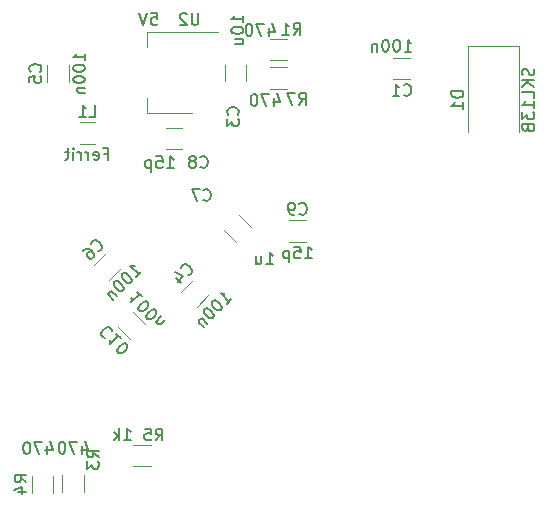
<source format=gbr>
%TF.GenerationSoftware,KiCad,Pcbnew,6.0.11-2627ca5db0~126~ubuntu20.04.1*%
%TF.CreationDate,2023-09-03T18:12:03+02:00*%
%TF.ProjectId,sboxnet-modul,73626f78-6e65-4742-9d6d-6f64756c2e6b,rev?*%
%TF.SameCoordinates,Original*%
%TF.FileFunction,Legend,Bot*%
%TF.FilePolarity,Positive*%
%FSLAX46Y46*%
G04 Gerber Fmt 4.6, Leading zero omitted, Abs format (unit mm)*
G04 Created by KiCad (PCBNEW 6.0.11-2627ca5db0~126~ubuntu20.04.1) date 2023-09-03 18:12:03*
%MOMM*%
%LPD*%
G01*
G04 APERTURE LIST*
%ADD10C,0.150000*%
%ADD11C,0.120000*%
G04 APERTURE END LIST*
D10*
X84200904Y-112891914D02*
X84200904Y-113558580D01*
X84439000Y-112510961D02*
X84677095Y-113225247D01*
X84058047Y-113225247D01*
X83772333Y-112558580D02*
X83105666Y-112558580D01*
X83534238Y-113558580D01*
X82534238Y-112558580D02*
X82439000Y-112558580D01*
X82343761Y-112606200D01*
X82296142Y-112653819D01*
X82248523Y-112749057D01*
X82200904Y-112939533D01*
X82200904Y-113177628D01*
X82248523Y-113368104D01*
X82296142Y-113463342D01*
X82343761Y-113510961D01*
X82439000Y-113558580D01*
X82534238Y-113558580D01*
X82629476Y-113510961D01*
X82677095Y-113463342D01*
X82724714Y-113368104D01*
X82772333Y-113177628D01*
X82772333Y-112939533D01*
X82724714Y-112749057D01*
X82677095Y-112653819D01*
X82629476Y-112606200D01*
X82534238Y-112558580D01*
X87198104Y-112866514D02*
X87198104Y-113533180D01*
X87436200Y-112485561D02*
X87674295Y-113199847D01*
X87055247Y-113199847D01*
X86769533Y-112533180D02*
X86102866Y-112533180D01*
X86531438Y-113533180D01*
X85531438Y-112533180D02*
X85436200Y-112533180D01*
X85340961Y-112580800D01*
X85293342Y-112628419D01*
X85245723Y-112723657D01*
X85198104Y-112914133D01*
X85198104Y-113152228D01*
X85245723Y-113342704D01*
X85293342Y-113437942D01*
X85340961Y-113485561D01*
X85436200Y-113533180D01*
X85531438Y-113533180D01*
X85626676Y-113485561D01*
X85674295Y-113437942D01*
X85721914Y-113342704D01*
X85769533Y-113152228D01*
X85769533Y-112914133D01*
X85721914Y-112723657D01*
X85674295Y-112628419D01*
X85626676Y-112580800D01*
X85531438Y-112533180D01*
X105551266Y-83992980D02*
X105884600Y-83516790D01*
X106122695Y-83992980D02*
X106122695Y-82992980D01*
X105741742Y-82992980D01*
X105646504Y-83040600D01*
X105598885Y-83088219D01*
X105551266Y-83183457D01*
X105551266Y-83326314D01*
X105598885Y-83421552D01*
X105646504Y-83469171D01*
X105741742Y-83516790D01*
X106122695Y-83516790D01*
X105217933Y-82992980D02*
X104551266Y-82992980D01*
X104979838Y-83992980D01*
X103454104Y-83427914D02*
X103454104Y-84094580D01*
X103692200Y-83046961D02*
X103930295Y-83761247D01*
X103311247Y-83761247D01*
X103025533Y-83094580D02*
X102358866Y-83094580D01*
X102787438Y-84094580D01*
X101787438Y-83094580D02*
X101692200Y-83094580D01*
X101596961Y-83142200D01*
X101549342Y-83189819D01*
X101501723Y-83285057D01*
X101454104Y-83475533D01*
X101454104Y-83713628D01*
X101501723Y-83904104D01*
X101549342Y-83999342D01*
X101596961Y-84046961D01*
X101692200Y-84094580D01*
X101787438Y-84094580D01*
X101882676Y-84046961D01*
X101930295Y-83999342D01*
X101977914Y-83904104D01*
X102025533Y-83713628D01*
X102025533Y-83475533D01*
X101977914Y-83285057D01*
X101930295Y-83189819D01*
X101882676Y-83142200D01*
X101787438Y-83094580D01*
X114415866Y-83156942D02*
X114463485Y-83204561D01*
X114606342Y-83252180D01*
X114701580Y-83252180D01*
X114844438Y-83204561D01*
X114939676Y-83109323D01*
X114987295Y-83014085D01*
X115034914Y-82823609D01*
X115034914Y-82680752D01*
X114987295Y-82490276D01*
X114939676Y-82395038D01*
X114844438Y-82299800D01*
X114701580Y-82252180D01*
X114606342Y-82252180D01*
X114463485Y-82299800D01*
X114415866Y-82347419D01*
X113463485Y-83252180D02*
X114034914Y-83252180D01*
X113749200Y-83252180D02*
X113749200Y-82252180D01*
X113844438Y-82395038D01*
X113939676Y-82490276D01*
X114034914Y-82537895D01*
X114479247Y-79497180D02*
X115050676Y-79497180D01*
X114764961Y-79497180D02*
X114764961Y-78497180D01*
X114860199Y-78640038D01*
X114955438Y-78735276D01*
X115050676Y-78782895D01*
X113860199Y-78497180D02*
X113764961Y-78497180D01*
X113669723Y-78544800D01*
X113622104Y-78592419D01*
X113574485Y-78687657D01*
X113526866Y-78878133D01*
X113526866Y-79116228D01*
X113574485Y-79306704D01*
X113622104Y-79401942D01*
X113669723Y-79449561D01*
X113764961Y-79497180D01*
X113860199Y-79497180D01*
X113955438Y-79449561D01*
X114003057Y-79401942D01*
X114050676Y-79306704D01*
X114098295Y-79116228D01*
X114098295Y-78878133D01*
X114050676Y-78687657D01*
X114003057Y-78592419D01*
X113955438Y-78544800D01*
X113860199Y-78497180D01*
X112907819Y-78497180D02*
X112812580Y-78497180D01*
X112717342Y-78544800D01*
X112669723Y-78592419D01*
X112622104Y-78687657D01*
X112574485Y-78878133D01*
X112574485Y-79116228D01*
X112622104Y-79306704D01*
X112669723Y-79401942D01*
X112717342Y-79449561D01*
X112812580Y-79497180D01*
X112907819Y-79497180D01*
X113003057Y-79449561D01*
X113050676Y-79401942D01*
X113098295Y-79306704D01*
X113145914Y-79116228D01*
X113145914Y-78878133D01*
X113098295Y-78687657D01*
X113050676Y-78592419D01*
X113003057Y-78544800D01*
X112907819Y-78497180D01*
X112145914Y-78830514D02*
X112145914Y-79497180D01*
X112145914Y-78925752D02*
X112098295Y-78878133D01*
X112003057Y-78830514D01*
X111860199Y-78830514D01*
X111764961Y-78878133D01*
X111717342Y-78973371D01*
X111717342Y-79497180D01*
X96128389Y-98432687D02*
X96195732Y-98432687D01*
X96330419Y-98365343D01*
X96397763Y-98298000D01*
X96465106Y-98163312D01*
X96465106Y-98028625D01*
X96431435Y-97927610D01*
X96330419Y-97759251D01*
X96229404Y-97658236D01*
X96061045Y-97557221D01*
X95960030Y-97523549D01*
X95825343Y-97523549D01*
X95690656Y-97590893D01*
X95623312Y-97658236D01*
X95555969Y-97792923D01*
X95555969Y-97860267D01*
X95118236Y-98634717D02*
X95589641Y-99106122D01*
X95017221Y-98196984D02*
X95690656Y-98533702D01*
X95252923Y-98971435D01*
X99409167Y-100874594D02*
X99813228Y-100470533D01*
X99611198Y-100672563D02*
X98904091Y-99965457D01*
X99072450Y-99999128D01*
X99207137Y-99999128D01*
X99308152Y-99965457D01*
X98264328Y-100605220D02*
X98196984Y-100672563D01*
X98163312Y-100773579D01*
X98163312Y-100840922D01*
X98196984Y-100941937D01*
X98297999Y-101110296D01*
X98466358Y-101278655D01*
X98634717Y-101379670D01*
X98735732Y-101413342D01*
X98803076Y-101413342D01*
X98904091Y-101379670D01*
X98971435Y-101312327D01*
X99005106Y-101211311D01*
X99005106Y-101143968D01*
X98971435Y-101042953D01*
X98870419Y-100874594D01*
X98702061Y-100706235D01*
X98533702Y-100605220D01*
X98432687Y-100571548D01*
X98365343Y-100571548D01*
X98264328Y-100605220D01*
X97590893Y-101278655D02*
X97523549Y-101345999D01*
X97489877Y-101447014D01*
X97489877Y-101514357D01*
X97523549Y-101615373D01*
X97624564Y-101783731D01*
X97792923Y-101952090D01*
X97961282Y-102053105D01*
X98062297Y-102086777D01*
X98129641Y-102086777D01*
X98230656Y-102053105D01*
X98298000Y-101985762D01*
X98331671Y-101884747D01*
X98331671Y-101817403D01*
X98297999Y-101716388D01*
X98196984Y-101548029D01*
X98028625Y-101379670D01*
X97860267Y-101278655D01*
X97759251Y-101244983D01*
X97691908Y-101244983D01*
X97590893Y-101278655D01*
X97287847Y-102053105D02*
X97759251Y-102524510D01*
X97355190Y-102120449D02*
X97287847Y-102120449D01*
X97186832Y-102154121D01*
X97085816Y-102255136D01*
X97052145Y-102356151D01*
X97085816Y-102457166D01*
X97456206Y-102827556D01*
X87796666Y-85022380D02*
X88272857Y-85022380D01*
X88272857Y-84022380D01*
X86939523Y-85022380D02*
X87510952Y-85022380D01*
X87225238Y-85022380D02*
X87225238Y-84022380D01*
X87320476Y-84165238D01*
X87415714Y-84260476D01*
X87510952Y-84308095D01*
X89058571Y-88138571D02*
X89391904Y-88138571D01*
X89391904Y-88662380D02*
X89391904Y-87662380D01*
X88915714Y-87662380D01*
X88153809Y-88614761D02*
X88249047Y-88662380D01*
X88439523Y-88662380D01*
X88534761Y-88614761D01*
X88582380Y-88519523D01*
X88582380Y-88138571D01*
X88534761Y-88043333D01*
X88439523Y-87995714D01*
X88249047Y-87995714D01*
X88153809Y-88043333D01*
X88106190Y-88138571D01*
X88106190Y-88233809D01*
X88582380Y-88329047D01*
X87677619Y-88662380D02*
X87677619Y-87995714D01*
X87677619Y-88186190D02*
X87630000Y-88090952D01*
X87582380Y-88043333D01*
X87487142Y-87995714D01*
X87391904Y-87995714D01*
X87058571Y-88662380D02*
X87058571Y-87995714D01*
X87058571Y-88186190D02*
X87010952Y-88090952D01*
X86963333Y-88043333D01*
X86868095Y-87995714D01*
X86772857Y-87995714D01*
X86439523Y-88662380D02*
X86439523Y-87995714D01*
X86439523Y-87662380D02*
X86487142Y-87710000D01*
X86439523Y-87757619D01*
X86391904Y-87710000D01*
X86439523Y-87662380D01*
X86439523Y-87757619D01*
X86106190Y-87995714D02*
X85725238Y-87995714D01*
X85963333Y-87662380D02*
X85963333Y-88519523D01*
X85915714Y-88614761D01*
X85820476Y-88662380D01*
X85725238Y-88662380D01*
X97448666Y-92051142D02*
X97496285Y-92098761D01*
X97639142Y-92146380D01*
X97734380Y-92146380D01*
X97877238Y-92098761D01*
X97972476Y-92003523D01*
X98020095Y-91908285D01*
X98067714Y-91717809D01*
X98067714Y-91574952D01*
X98020095Y-91384476D01*
X97972476Y-91289238D01*
X97877238Y-91194000D01*
X97734380Y-91146380D01*
X97639142Y-91146380D01*
X97496285Y-91194000D01*
X97448666Y-91241619D01*
X97115333Y-91146380D02*
X96448666Y-91146380D01*
X96877238Y-92146380D01*
X102782666Y-97480380D02*
X103354095Y-97480380D01*
X103068380Y-97480380D02*
X103068380Y-96480380D01*
X103163619Y-96623238D01*
X103258857Y-96718476D01*
X103354095Y-96766095D01*
X101925523Y-96813714D02*
X101925523Y-97480380D01*
X102354095Y-96813714D02*
X102354095Y-97337523D01*
X102306476Y-97432761D01*
X102211238Y-97480380D01*
X102068380Y-97480380D01*
X101973142Y-97432761D01*
X101925523Y-97385142D01*
X82452380Y-115961533D02*
X81976190Y-115628200D01*
X82452380Y-115390104D02*
X81452380Y-115390104D01*
X81452380Y-115771057D01*
X81500000Y-115866295D01*
X81547619Y-115913914D01*
X81642857Y-115961533D01*
X81785714Y-115961533D01*
X81880952Y-115913914D01*
X81928571Y-115866295D01*
X81976190Y-115771057D01*
X81976190Y-115390104D01*
X81785714Y-116818676D02*
X82452380Y-116818676D01*
X81404761Y-116580580D02*
X82119047Y-116342485D01*
X82119047Y-116961533D01*
X97018571Y-76232380D02*
X97018571Y-77041904D01*
X96970952Y-77137142D01*
X96923333Y-77184761D01*
X96828095Y-77232380D01*
X96637619Y-77232380D01*
X96542380Y-77184761D01*
X96494761Y-77137142D01*
X96447142Y-77041904D01*
X96447142Y-76232380D01*
X96018571Y-76327619D02*
X95970952Y-76280000D01*
X95875714Y-76232380D01*
X95637619Y-76232380D01*
X95542380Y-76280000D01*
X95494761Y-76327619D01*
X95447142Y-76422857D01*
X95447142Y-76518095D01*
X95494761Y-76660952D01*
X96066190Y-77232380D01*
X95447142Y-77232380D01*
X93018571Y-76232380D02*
X93494761Y-76232380D01*
X93542380Y-76708571D01*
X93494761Y-76660952D01*
X93399523Y-76613333D01*
X93161428Y-76613333D01*
X93066190Y-76660952D01*
X93018571Y-76708571D01*
X92970952Y-76803809D01*
X92970952Y-77041904D01*
X93018571Y-77137142D01*
X93066190Y-77184761D01*
X93161428Y-77232380D01*
X93399523Y-77232380D01*
X93494761Y-77184761D01*
X93542380Y-77137142D01*
X92685238Y-76232380D02*
X92351904Y-77232380D01*
X92018571Y-76232380D01*
X97194666Y-89257142D02*
X97242285Y-89304761D01*
X97385142Y-89352380D01*
X97480380Y-89352380D01*
X97623238Y-89304761D01*
X97718476Y-89209523D01*
X97766095Y-89114285D01*
X97813714Y-88923809D01*
X97813714Y-88780952D01*
X97766095Y-88590476D01*
X97718476Y-88495238D01*
X97623238Y-88400000D01*
X97480380Y-88352380D01*
X97385142Y-88352380D01*
X97242285Y-88400000D01*
X97194666Y-88447619D01*
X96623238Y-88780952D02*
X96718476Y-88733333D01*
X96766095Y-88685714D01*
X96813714Y-88590476D01*
X96813714Y-88542857D01*
X96766095Y-88447619D01*
X96718476Y-88400000D01*
X96623238Y-88352380D01*
X96432761Y-88352380D01*
X96337523Y-88400000D01*
X96289904Y-88447619D01*
X96242285Y-88542857D01*
X96242285Y-88590476D01*
X96289904Y-88685714D01*
X96337523Y-88733333D01*
X96432761Y-88780952D01*
X96623238Y-88780952D01*
X96718476Y-88828571D01*
X96766095Y-88876190D01*
X96813714Y-88971428D01*
X96813714Y-89161904D01*
X96766095Y-89257142D01*
X96718476Y-89304761D01*
X96623238Y-89352380D01*
X96432761Y-89352380D01*
X96337523Y-89304761D01*
X96289904Y-89257142D01*
X96242285Y-89161904D01*
X96242285Y-88971428D01*
X96289904Y-88876190D01*
X96337523Y-88828571D01*
X96432761Y-88780952D01*
X94368857Y-89352380D02*
X94940285Y-89352380D01*
X94654571Y-89352380D02*
X94654571Y-88352380D01*
X94749809Y-88495238D01*
X94845047Y-88590476D01*
X94940285Y-88638095D01*
X93464095Y-88352380D02*
X93940285Y-88352380D01*
X93987904Y-88828571D01*
X93940285Y-88780952D01*
X93845047Y-88733333D01*
X93606952Y-88733333D01*
X93511714Y-88780952D01*
X93464095Y-88828571D01*
X93416476Y-88923809D01*
X93416476Y-89161904D01*
X93464095Y-89257142D01*
X93511714Y-89304761D01*
X93606952Y-89352380D01*
X93845047Y-89352380D01*
X93940285Y-89304761D01*
X93987904Y-89257142D01*
X92987904Y-88685714D02*
X92987904Y-89685714D01*
X92987904Y-88733333D02*
X92892666Y-88685714D01*
X92702190Y-88685714D01*
X92606952Y-88733333D01*
X92559333Y-88780952D01*
X92511714Y-88876190D01*
X92511714Y-89161904D01*
X92559333Y-89257142D01*
X92606952Y-89304761D01*
X92702190Y-89352380D01*
X92892666Y-89352380D01*
X92987904Y-89304761D01*
X100357142Y-84833333D02*
X100404761Y-84785714D01*
X100452380Y-84642857D01*
X100452380Y-84547619D01*
X100404761Y-84404761D01*
X100309523Y-84309523D01*
X100214285Y-84261904D01*
X100023809Y-84214285D01*
X99880952Y-84214285D01*
X99690476Y-84261904D01*
X99595238Y-84309523D01*
X99500000Y-84404761D01*
X99452380Y-84547619D01*
X99452380Y-84642857D01*
X99500000Y-84785714D01*
X99547619Y-84833333D01*
X99452380Y-85166666D02*
X99452380Y-85785714D01*
X99833333Y-85452380D01*
X99833333Y-85595238D01*
X99880952Y-85690476D01*
X99928571Y-85738095D01*
X100023809Y-85785714D01*
X100261904Y-85785714D01*
X100357142Y-85738095D01*
X100404761Y-85690476D01*
X100452380Y-85595238D01*
X100452380Y-85309523D01*
X100404761Y-85214285D01*
X100357142Y-85166666D01*
X100807780Y-77030342D02*
X100807780Y-76458914D01*
X100807780Y-76744628D02*
X99807780Y-76744628D01*
X99950638Y-76649390D01*
X100045876Y-76554152D01*
X100093495Y-76458914D01*
X99807780Y-77649390D02*
X99807780Y-77744628D01*
X99855400Y-77839866D01*
X99903019Y-77887485D01*
X99998257Y-77935104D01*
X100188733Y-77982723D01*
X100426828Y-77982723D01*
X100617304Y-77935104D01*
X100712542Y-77887485D01*
X100760161Y-77839866D01*
X100807780Y-77744628D01*
X100807780Y-77649390D01*
X100760161Y-77554152D01*
X100712542Y-77506533D01*
X100617304Y-77458914D01*
X100426828Y-77411295D01*
X100188733Y-77411295D01*
X99998257Y-77458914D01*
X99903019Y-77506533D01*
X99855400Y-77554152D01*
X99807780Y-77649390D01*
X100141114Y-78839866D02*
X100807780Y-78839866D01*
X100141114Y-78411295D02*
X100664923Y-78411295D01*
X100760161Y-78458914D01*
X100807780Y-78554152D01*
X100807780Y-78697009D01*
X100760161Y-78792247D01*
X100712542Y-78839866D01*
X88590380Y-113853933D02*
X88114190Y-113520600D01*
X88590380Y-113282504D02*
X87590380Y-113282504D01*
X87590380Y-113663457D01*
X87638000Y-113758695D01*
X87685619Y-113806314D01*
X87780857Y-113853933D01*
X87923714Y-113853933D01*
X88018952Y-113806314D01*
X88066571Y-113758695D01*
X88114190Y-113663457D01*
X88114190Y-113282504D01*
X87590380Y-114187266D02*
X87590380Y-114806314D01*
X87971333Y-114472980D01*
X87971333Y-114615838D01*
X88018952Y-114711076D01*
X88066571Y-114758695D01*
X88161809Y-114806314D01*
X88399904Y-114806314D01*
X88495142Y-114758695D01*
X88542761Y-114711076D01*
X88590380Y-114615838D01*
X88590380Y-114330123D01*
X88542761Y-114234885D01*
X88495142Y-114187266D01*
X93410066Y-112415580D02*
X93743400Y-111939390D01*
X93981495Y-112415580D02*
X93981495Y-111415580D01*
X93600542Y-111415580D01*
X93505304Y-111463200D01*
X93457685Y-111510819D01*
X93410066Y-111606057D01*
X93410066Y-111748914D01*
X93457685Y-111844152D01*
X93505304Y-111891771D01*
X93600542Y-111939390D01*
X93981495Y-111939390D01*
X92505304Y-111415580D02*
X92981495Y-111415580D01*
X93029114Y-111891771D01*
X92981495Y-111844152D01*
X92886257Y-111796533D01*
X92648161Y-111796533D01*
X92552923Y-111844152D01*
X92505304Y-111891771D01*
X92457685Y-111987009D01*
X92457685Y-112225104D01*
X92505304Y-112320342D01*
X92552923Y-112367961D01*
X92648161Y-112415580D01*
X92886257Y-112415580D01*
X92981495Y-112367961D01*
X93029114Y-112320342D01*
X90720847Y-112390180D02*
X91292276Y-112390180D01*
X91006561Y-112390180D02*
X91006561Y-111390180D01*
X91101800Y-111533038D01*
X91197038Y-111628276D01*
X91292276Y-111675895D01*
X90292276Y-112390180D02*
X90292276Y-111390180D01*
X90197038Y-112009228D02*
X89911323Y-112390180D01*
X89911323Y-111723514D02*
X90292276Y-112104466D01*
X83622542Y-81189533D02*
X83670161Y-81141914D01*
X83717780Y-80999057D01*
X83717780Y-80903819D01*
X83670161Y-80760961D01*
X83574923Y-80665723D01*
X83479685Y-80618104D01*
X83289209Y-80570485D01*
X83146352Y-80570485D01*
X82955876Y-80618104D01*
X82860638Y-80665723D01*
X82765400Y-80760961D01*
X82717780Y-80903819D01*
X82717780Y-80999057D01*
X82765400Y-81141914D01*
X82813019Y-81189533D01*
X82717780Y-82094295D02*
X82717780Y-81618104D01*
X83193971Y-81570485D01*
X83146352Y-81618104D01*
X83098733Y-81713342D01*
X83098733Y-81951438D01*
X83146352Y-82046676D01*
X83193971Y-82094295D01*
X83289209Y-82141914D01*
X83527304Y-82141914D01*
X83622542Y-82094295D01*
X83670161Y-82046676D01*
X83717780Y-81951438D01*
X83717780Y-81713342D01*
X83670161Y-81618104D01*
X83622542Y-81570485D01*
X87417780Y-80237152D02*
X87417780Y-79665723D01*
X87417780Y-79951438D02*
X86417780Y-79951438D01*
X86560638Y-79856200D01*
X86655876Y-79760961D01*
X86703495Y-79665723D01*
X86417780Y-80856200D02*
X86417780Y-80951438D01*
X86465400Y-81046676D01*
X86513019Y-81094295D01*
X86608257Y-81141914D01*
X86798733Y-81189533D01*
X87036828Y-81189533D01*
X87227304Y-81141914D01*
X87322542Y-81094295D01*
X87370161Y-81046676D01*
X87417780Y-80951438D01*
X87417780Y-80856200D01*
X87370161Y-80760961D01*
X87322542Y-80713342D01*
X87227304Y-80665723D01*
X87036828Y-80618104D01*
X86798733Y-80618104D01*
X86608257Y-80665723D01*
X86513019Y-80713342D01*
X86465400Y-80760961D01*
X86417780Y-80856200D01*
X86417780Y-81808580D02*
X86417780Y-81903819D01*
X86465400Y-81999057D01*
X86513019Y-82046676D01*
X86608257Y-82094295D01*
X86798733Y-82141914D01*
X87036828Y-82141914D01*
X87227304Y-82094295D01*
X87322542Y-82046676D01*
X87370161Y-81999057D01*
X87417780Y-81903819D01*
X87417780Y-81808580D01*
X87370161Y-81713342D01*
X87322542Y-81665723D01*
X87227304Y-81618104D01*
X87036828Y-81570485D01*
X86798733Y-81570485D01*
X86608257Y-81618104D01*
X86513019Y-81665723D01*
X86465400Y-81713342D01*
X86417780Y-81808580D01*
X86751114Y-82570485D02*
X87417780Y-82570485D01*
X86846352Y-82570485D02*
X86798733Y-82618104D01*
X86751114Y-82713342D01*
X86751114Y-82856200D01*
X86798733Y-82951438D01*
X86893971Y-82999057D01*
X87417780Y-82999057D01*
X119448580Y-82853304D02*
X118448580Y-82853304D01*
X118448580Y-83091400D01*
X118496200Y-83234257D01*
X118591438Y-83329495D01*
X118686676Y-83377114D01*
X118877152Y-83424733D01*
X119020009Y-83424733D01*
X119210485Y-83377114D01*
X119305723Y-83329495D01*
X119400961Y-83234257D01*
X119448580Y-83091400D01*
X119448580Y-82853304D01*
X119448580Y-84377114D02*
X119448580Y-83805685D01*
X119448580Y-84091400D02*
X118448580Y-84091400D01*
X118591438Y-83996161D01*
X118686676Y-83900923D01*
X118734295Y-83805685D01*
X125400961Y-80948542D02*
X125448580Y-81091400D01*
X125448580Y-81329495D01*
X125400961Y-81424733D01*
X125353342Y-81472352D01*
X125258104Y-81519971D01*
X125162866Y-81519971D01*
X125067628Y-81472352D01*
X125020009Y-81424733D01*
X124972390Y-81329495D01*
X124924771Y-81139019D01*
X124877152Y-81043780D01*
X124829533Y-80996161D01*
X124734295Y-80948542D01*
X124639057Y-80948542D01*
X124543819Y-80996161D01*
X124496200Y-81043780D01*
X124448580Y-81139019D01*
X124448580Y-81377114D01*
X124496200Y-81519971D01*
X125448580Y-81948542D02*
X124448580Y-81948542D01*
X125448580Y-82519971D02*
X124877152Y-82091400D01*
X124448580Y-82519971D02*
X125020009Y-81948542D01*
X125448580Y-83424733D02*
X125448580Y-82948542D01*
X124448580Y-82948542D01*
X125448580Y-84281876D02*
X125448580Y-83710447D01*
X125448580Y-83996161D02*
X124448580Y-83996161D01*
X124591438Y-83900923D01*
X124686676Y-83805685D01*
X124734295Y-83710447D01*
X124448580Y-84615209D02*
X124448580Y-85234257D01*
X124829533Y-84900923D01*
X124829533Y-85043780D01*
X124877152Y-85139019D01*
X124924771Y-85186638D01*
X125020009Y-85234257D01*
X125258104Y-85234257D01*
X125353342Y-85186638D01*
X125400961Y-85139019D01*
X125448580Y-85043780D01*
X125448580Y-84758066D01*
X125400961Y-84662828D01*
X125353342Y-84615209D01*
X124924771Y-85996161D02*
X124972390Y-86139019D01*
X125020009Y-86186638D01*
X125115247Y-86234257D01*
X125258104Y-86234257D01*
X125353342Y-86186638D01*
X125400961Y-86139019D01*
X125448580Y-86043780D01*
X125448580Y-85662828D01*
X124448580Y-85662828D01*
X124448580Y-85996161D01*
X124496200Y-86091400D01*
X124543819Y-86139019D01*
X124639057Y-86186638D01*
X124734295Y-86186638D01*
X124829533Y-86139019D01*
X124877152Y-86091400D01*
X124924771Y-85996161D01*
X124924771Y-85662828D01*
X105576666Y-93214428D02*
X105624285Y-93262047D01*
X105767142Y-93309666D01*
X105862380Y-93309666D01*
X106005238Y-93262047D01*
X106100476Y-93166809D01*
X106148095Y-93071571D01*
X106195714Y-92881095D01*
X106195714Y-92738238D01*
X106148095Y-92547762D01*
X106100476Y-92452524D01*
X106005238Y-92357286D01*
X105862380Y-92309666D01*
X105767142Y-92309666D01*
X105624285Y-92357286D01*
X105576666Y-92404905D01*
X105100476Y-93309666D02*
X104910000Y-93309666D01*
X104814761Y-93262047D01*
X104767142Y-93214428D01*
X104671904Y-93071571D01*
X104624285Y-92881095D01*
X104624285Y-92500143D01*
X104671904Y-92404905D01*
X104719523Y-92357286D01*
X104814761Y-92309666D01*
X105005238Y-92309666D01*
X105100476Y-92357286D01*
X105148095Y-92404905D01*
X105195714Y-92500143D01*
X105195714Y-92738238D01*
X105148095Y-92833476D01*
X105100476Y-92881095D01*
X105005238Y-92928714D01*
X104814761Y-92928714D01*
X104719523Y-92881095D01*
X104671904Y-92833476D01*
X104624285Y-92738238D01*
X106052857Y-97009666D02*
X106624285Y-97009666D01*
X106338571Y-97009666D02*
X106338571Y-96009666D01*
X106433809Y-96152524D01*
X106529047Y-96247762D01*
X106624285Y-96295381D01*
X105148095Y-96009666D02*
X105624285Y-96009666D01*
X105671904Y-96485857D01*
X105624285Y-96438238D01*
X105529047Y-96390619D01*
X105290952Y-96390619D01*
X105195714Y-96438238D01*
X105148095Y-96485857D01*
X105100476Y-96581095D01*
X105100476Y-96819190D01*
X105148095Y-96914428D01*
X105195714Y-96962047D01*
X105290952Y-97009666D01*
X105529047Y-97009666D01*
X105624285Y-96962047D01*
X105671904Y-96914428D01*
X104671904Y-96343000D02*
X104671904Y-97343000D01*
X104671904Y-96390619D02*
X104576666Y-96343000D01*
X104386190Y-96343000D01*
X104290952Y-96390619D01*
X104243333Y-96438238D01*
X104195714Y-96533476D01*
X104195714Y-96819190D01*
X104243333Y-96914428D01*
X104290952Y-96962047D01*
X104386190Y-97009666D01*
X104576666Y-97009666D01*
X104671904Y-96962047D01*
X88508388Y-96400687D02*
X88575731Y-96400687D01*
X88710418Y-96333343D01*
X88777762Y-96266000D01*
X88845105Y-96131312D01*
X88845105Y-95996625D01*
X88811434Y-95895610D01*
X88710418Y-95727251D01*
X88609403Y-95626236D01*
X88441044Y-95525221D01*
X88340029Y-95491549D01*
X88205342Y-95491549D01*
X88070655Y-95558893D01*
X88003311Y-95626236D01*
X87935968Y-95760923D01*
X87935968Y-95828267D01*
X87262533Y-96367015D02*
X87397220Y-96232328D01*
X87498235Y-96198656D01*
X87565579Y-96198656D01*
X87733937Y-96232328D01*
X87902296Y-96333343D01*
X88171670Y-96602717D01*
X88205342Y-96703732D01*
X88205342Y-96771076D01*
X88171670Y-96872091D01*
X88036983Y-97006778D01*
X87935968Y-97040450D01*
X87868624Y-97040450D01*
X87767609Y-97006778D01*
X87599250Y-96838419D01*
X87565579Y-96737404D01*
X87565579Y-96670061D01*
X87599250Y-96569045D01*
X87733937Y-96434358D01*
X87834953Y-96400687D01*
X87902296Y-96400687D01*
X88003311Y-96434358D01*
X91764461Y-98551597D02*
X92168522Y-98147536D01*
X91966492Y-98349566D02*
X91259385Y-97642460D01*
X91427744Y-97676131D01*
X91562431Y-97676131D01*
X91663446Y-97642460D01*
X90619622Y-98282223D02*
X90552278Y-98349566D01*
X90518606Y-98450582D01*
X90518606Y-98517925D01*
X90552278Y-98618940D01*
X90653293Y-98787299D01*
X90821652Y-98955658D01*
X90990011Y-99056673D01*
X91091026Y-99090345D01*
X91158370Y-99090345D01*
X91259385Y-99056673D01*
X91326729Y-98989330D01*
X91360400Y-98888314D01*
X91360400Y-98820971D01*
X91326729Y-98719956D01*
X91225713Y-98551597D01*
X91057355Y-98383238D01*
X90888996Y-98282223D01*
X90787981Y-98248551D01*
X90720637Y-98248551D01*
X90619622Y-98282223D01*
X89946187Y-98955658D02*
X89878843Y-99023002D01*
X89845171Y-99124017D01*
X89845171Y-99191360D01*
X89878843Y-99292376D01*
X89979858Y-99460734D01*
X90148217Y-99629093D01*
X90316576Y-99730108D01*
X90417591Y-99763780D01*
X90484935Y-99763780D01*
X90585950Y-99730108D01*
X90653294Y-99662765D01*
X90686965Y-99561750D01*
X90686965Y-99494406D01*
X90653293Y-99393391D01*
X90552278Y-99225032D01*
X90383919Y-99056673D01*
X90215561Y-98955658D01*
X90114545Y-98921986D01*
X90047202Y-98921986D01*
X89946187Y-98955658D01*
X89643141Y-99730108D02*
X90114545Y-100201513D01*
X89710484Y-99797452D02*
X89643141Y-99797452D01*
X89542126Y-99831124D01*
X89441110Y-99932139D01*
X89407439Y-100033154D01*
X89441110Y-100134169D01*
X89811500Y-100504559D01*
X89713969Y-103178893D02*
X89713969Y-103111549D01*
X89646625Y-102976862D01*
X89579282Y-102909519D01*
X89444595Y-102842175D01*
X89309908Y-102842175D01*
X89208893Y-102875847D01*
X89040534Y-102976862D01*
X88939519Y-103077877D01*
X88838503Y-103246236D01*
X88804832Y-103347251D01*
X88804832Y-103481938D01*
X88872175Y-103616625D01*
X88939519Y-103683969D01*
X89074206Y-103751312D01*
X89141549Y-103751312D01*
X90454748Y-103784984D02*
X90050687Y-103380923D01*
X90252717Y-103582954D02*
X89545610Y-104290061D01*
X89579282Y-104121702D01*
X89579282Y-103987015D01*
X89545610Y-103886000D01*
X90185374Y-104929824D02*
X90252717Y-104997167D01*
X90353732Y-105030839D01*
X90421076Y-105030839D01*
X90522091Y-104997167D01*
X90690450Y-104896152D01*
X90858809Y-104727793D01*
X90959824Y-104559435D01*
X90993496Y-104458419D01*
X90993496Y-104391076D01*
X90959824Y-104290061D01*
X90892480Y-104222717D01*
X90791465Y-104189045D01*
X90724122Y-104189045D01*
X90623106Y-104222717D01*
X90454748Y-104323732D01*
X90286389Y-104492091D01*
X90185374Y-104660450D01*
X90151702Y-104761465D01*
X90151702Y-104828809D01*
X90185374Y-104929824D01*
X92238595Y-100234832D02*
X91834534Y-99830771D01*
X92036564Y-100032801D02*
X91329458Y-100739908D01*
X91363129Y-100571549D01*
X91363129Y-100436862D01*
X91329458Y-100335847D01*
X91969221Y-101379671D02*
X92036564Y-101447015D01*
X92137580Y-101480687D01*
X92204923Y-101480687D01*
X92305938Y-101447015D01*
X92474297Y-101346000D01*
X92642656Y-101177641D01*
X92743671Y-101009282D01*
X92777343Y-100908267D01*
X92777343Y-100840923D01*
X92743671Y-100739908D01*
X92676328Y-100672564D01*
X92575312Y-100638893D01*
X92507969Y-100638893D01*
X92406954Y-100672564D01*
X92238595Y-100773580D01*
X92070236Y-100941938D01*
X91969221Y-101110297D01*
X91935549Y-101211312D01*
X91935549Y-101278656D01*
X91969221Y-101379671D01*
X92642656Y-102053106D02*
X92710000Y-102120450D01*
X92811015Y-102154122D01*
X92878358Y-102154122D01*
X92979374Y-102120450D01*
X93147732Y-102019435D01*
X93316091Y-101851076D01*
X93417106Y-101682717D01*
X93450778Y-101581702D01*
X93450778Y-101514358D01*
X93417106Y-101413343D01*
X93349763Y-101346000D01*
X93248748Y-101312328D01*
X93181404Y-101312328D01*
X93080389Y-101346000D01*
X92912030Y-101447015D01*
X92743671Y-101615374D01*
X92642656Y-101783732D01*
X92608984Y-101884748D01*
X92608984Y-101952091D01*
X92642656Y-102053106D01*
X93417106Y-102356152D02*
X93888511Y-101884748D01*
X93484450Y-102288809D02*
X93484450Y-102356152D01*
X93518122Y-102457167D01*
X93619137Y-102558183D01*
X93720152Y-102591854D01*
X93821167Y-102558183D01*
X94191557Y-102187793D01*
X105094066Y-78074780D02*
X105427400Y-77598590D01*
X105665495Y-78074780D02*
X105665495Y-77074780D01*
X105284542Y-77074780D01*
X105189304Y-77122400D01*
X105141685Y-77170019D01*
X105094066Y-77265257D01*
X105094066Y-77408114D01*
X105141685Y-77503352D01*
X105189304Y-77550971D01*
X105284542Y-77598590D01*
X105665495Y-77598590D01*
X104141685Y-78074780D02*
X104713114Y-78074780D01*
X104427400Y-78074780D02*
X104427400Y-77074780D01*
X104522638Y-77217638D01*
X104617876Y-77312876D01*
X104713114Y-77360495D01*
X103022304Y-77484314D02*
X103022304Y-78150980D01*
X103260400Y-77103361D02*
X103498495Y-77817647D01*
X102879447Y-77817647D01*
X102593733Y-77150980D02*
X101927066Y-77150980D01*
X102355638Y-78150980D01*
X101355638Y-77150980D02*
X101260400Y-77150980D01*
X101165161Y-77198600D01*
X101117542Y-77246219D01*
X101069923Y-77341457D01*
X101022304Y-77531933D01*
X101022304Y-77770028D01*
X101069923Y-77960504D01*
X101117542Y-78055742D01*
X101165161Y-78103361D01*
X101260400Y-78150980D01*
X101355638Y-78150980D01*
X101450876Y-78103361D01*
X101498495Y-78055742D01*
X101546114Y-77960504D01*
X101593733Y-77770028D01*
X101593733Y-77531933D01*
X101546114Y-77341457D01*
X101498495Y-77246219D01*
X101450876Y-77198600D01*
X101355638Y-77150980D01*
D11*
X104511464Y-80827200D02*
X103057336Y-80827200D01*
X104511464Y-82647200D02*
X103057336Y-82647200D01*
X113537948Y-80039800D02*
X114960452Y-80039800D01*
X113537948Y-81859800D02*
X114960452Y-81859800D01*
X96870536Y-101116398D02*
X97876398Y-100110536D01*
X95583602Y-99829464D02*
X96589464Y-98823602D01*
X88232064Y-85480000D02*
X87027936Y-85480000D01*
X88232064Y-87300000D02*
X87027936Y-87300000D01*
X100189464Y-95634398D02*
X99183602Y-94628536D01*
X101476398Y-94347464D02*
X100470536Y-93341602D01*
X84730000Y-115401136D02*
X84730000Y-116855264D01*
X82910000Y-115401136D02*
X82910000Y-116855264D01*
X92680000Y-84690000D02*
X92680000Y-83430000D01*
X92680000Y-77870000D02*
X92680000Y-79130000D01*
X96440000Y-84690000D02*
X92680000Y-84690000D01*
X98690000Y-77870000D02*
X92680000Y-77870000D01*
X95668752Y-87778665D02*
X94246248Y-87778665D01*
X95668752Y-85958665D02*
X94246248Y-85958665D01*
X99267600Y-82016652D02*
X99267600Y-80594148D01*
X101087600Y-82016652D02*
X101087600Y-80594148D01*
X85475400Y-115375736D02*
X85475400Y-116829864D01*
X87295400Y-115375736D02*
X87295400Y-116829864D01*
X92979864Y-112805800D02*
X91525736Y-112805800D01*
X92979864Y-114625800D02*
X91525736Y-114625800D01*
X84205400Y-80644948D02*
X84205400Y-82067452D01*
X86025400Y-80644948D02*
X86025400Y-82067452D01*
X119846200Y-78991400D02*
X119846200Y-86291400D01*
X119846200Y-78991400D02*
X124146200Y-78991400D01*
X124146200Y-78991400D02*
X124146200Y-86291400D01*
X106121252Y-95617286D02*
X104698748Y-95617286D01*
X106121252Y-93797286D02*
X104698748Y-93797286D01*
X89204610Y-96568456D02*
X88198748Y-97574318D01*
X90491544Y-97855390D02*
X89485682Y-98861252D01*
X90233602Y-102850536D02*
X91239464Y-103856398D01*
X91520536Y-101563602D02*
X92526398Y-102569464D01*
X104511464Y-78414200D02*
X103057336Y-78414200D01*
X104511464Y-80234200D02*
X103057336Y-80234200D01*
M02*

</source>
